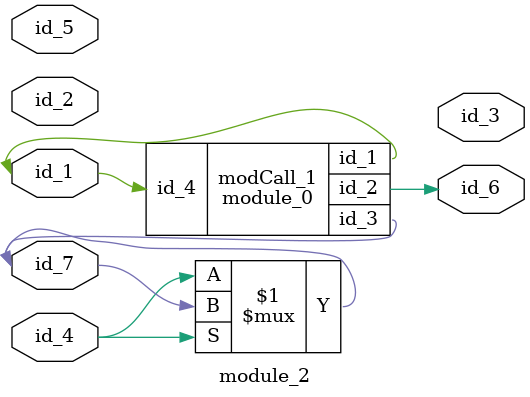
<source format=v>
module module_0 (
    id_1,
    id_2,
    id_3,
    id_4
);
  input wire id_4;
  output wire id_3;
  output wire id_2;
  output wire id_1;
  assign id_3 = (1);
  assign module_1.type_3 = 0;
endmodule
module module_1 (
    id_1
);
  input wire id_1;
  tri id_2;
  module_0 modCall_1 (
      id_2,
      id_2,
      id_2,
      id_2
  );
  assign id_2 = (("") << 1'b0);
  assign id_2 = (id_1);
endmodule
module module_2 (
    id_1,
    id_2,
    id_3,
    id_4,
    id_5,
    id_6,
    id_7
);
  inout wire id_7;
  output wire id_6;
  input wire id_5;
  input wire id_4;
  output wire id_3;
  input wire id_2;
  inout wire id_1;
  assign id_7 = id_4 ? id_7 : id_4;
  module_0 modCall_1 (
      id_1,
      id_6,
      id_7,
      id_1
  );
endmodule

</source>
